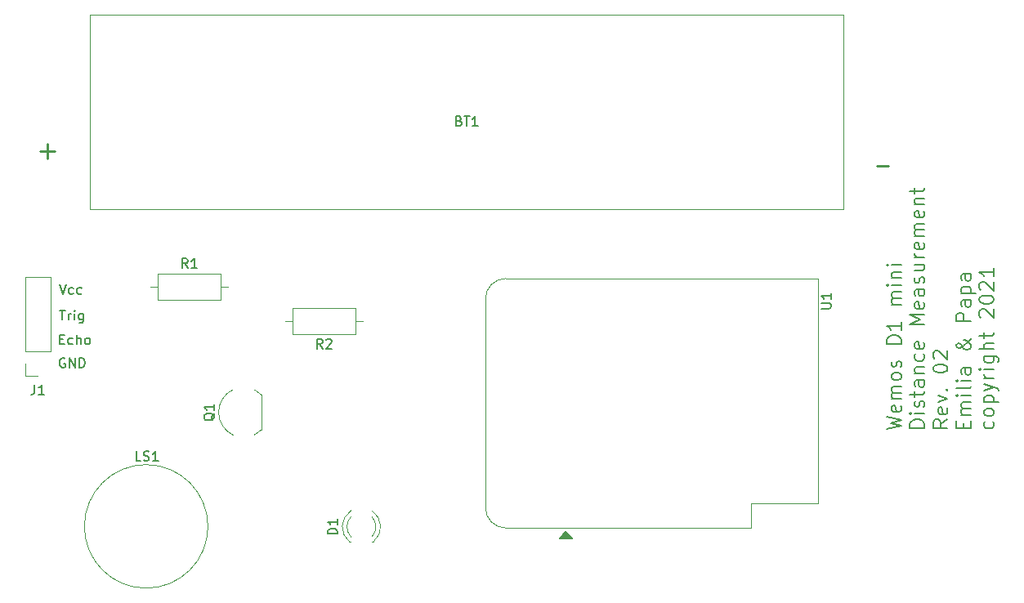
<source format=gbr>
%TF.GenerationSoftware,KiCad,Pcbnew,(5.1.10-1-10_14)*%
%TF.CreationDate,2021-11-27T08:47:14+01:00*%
%TF.ProjectId,Distance_Measurement_V2,44697374-616e-4636-955f-4d6561737572,Version 2 Rev. 01*%
%TF.SameCoordinates,Original*%
%TF.FileFunction,Legend,Top*%
%TF.FilePolarity,Positive*%
%FSLAX46Y46*%
G04 Gerber Fmt 4.6, Leading zero omitted, Abs format (unit mm)*
G04 Created by KiCad (PCBNEW (5.1.10-1-10_14)) date 2021-11-27 08:47:14*
%MOMM*%
%LPD*%
G01*
G04 APERTURE LIST*
%ADD10C,0.150000*%
%ADD11C,0.250000*%
%ADD12C,0.100000*%
%ADD13C,0.120000*%
G04 APERTURE END LIST*
D10*
X192854171Y-110838614D02*
X194354171Y-110481471D01*
X193282742Y-110195757D01*
X194354171Y-109910042D01*
X192854171Y-109552900D01*
X194282742Y-108410042D02*
X194354171Y-108552900D01*
X194354171Y-108838614D01*
X194282742Y-108981471D01*
X194139885Y-109052900D01*
X193568457Y-109052900D01*
X193425600Y-108981471D01*
X193354171Y-108838614D01*
X193354171Y-108552900D01*
X193425600Y-108410042D01*
X193568457Y-108338614D01*
X193711314Y-108338614D01*
X193854171Y-109052900D01*
X194354171Y-107695757D02*
X193354171Y-107695757D01*
X193497028Y-107695757D02*
X193425600Y-107624328D01*
X193354171Y-107481471D01*
X193354171Y-107267185D01*
X193425600Y-107124328D01*
X193568457Y-107052900D01*
X194354171Y-107052900D01*
X193568457Y-107052900D02*
X193425600Y-106981471D01*
X193354171Y-106838614D01*
X193354171Y-106624328D01*
X193425600Y-106481471D01*
X193568457Y-106410042D01*
X194354171Y-106410042D01*
X194354171Y-105481471D02*
X194282742Y-105624328D01*
X194211314Y-105695757D01*
X194068457Y-105767185D01*
X193639885Y-105767185D01*
X193497028Y-105695757D01*
X193425600Y-105624328D01*
X193354171Y-105481471D01*
X193354171Y-105267185D01*
X193425600Y-105124328D01*
X193497028Y-105052900D01*
X193639885Y-104981471D01*
X194068457Y-104981471D01*
X194211314Y-105052900D01*
X194282742Y-105124328D01*
X194354171Y-105267185D01*
X194354171Y-105481471D01*
X194282742Y-104410042D02*
X194354171Y-104267185D01*
X194354171Y-103981471D01*
X194282742Y-103838614D01*
X194139885Y-103767185D01*
X194068457Y-103767185D01*
X193925600Y-103838614D01*
X193854171Y-103981471D01*
X193854171Y-104195757D01*
X193782742Y-104338614D01*
X193639885Y-104410042D01*
X193568457Y-104410042D01*
X193425600Y-104338614D01*
X193354171Y-104195757D01*
X193354171Y-103981471D01*
X193425600Y-103838614D01*
X194354171Y-101981471D02*
X192854171Y-101981471D01*
X192854171Y-101624328D01*
X192925600Y-101410042D01*
X193068457Y-101267185D01*
X193211314Y-101195757D01*
X193497028Y-101124328D01*
X193711314Y-101124328D01*
X193997028Y-101195757D01*
X194139885Y-101267185D01*
X194282742Y-101410042D01*
X194354171Y-101624328D01*
X194354171Y-101981471D01*
X194354171Y-99695757D02*
X194354171Y-100552900D01*
X194354171Y-100124328D02*
X192854171Y-100124328D01*
X193068457Y-100267185D01*
X193211314Y-100410042D01*
X193282742Y-100552900D01*
X194354171Y-97910042D02*
X193354171Y-97910042D01*
X193497028Y-97910042D02*
X193425600Y-97838614D01*
X193354171Y-97695757D01*
X193354171Y-97481471D01*
X193425600Y-97338614D01*
X193568457Y-97267185D01*
X194354171Y-97267185D01*
X193568457Y-97267185D02*
X193425600Y-97195757D01*
X193354171Y-97052900D01*
X193354171Y-96838614D01*
X193425600Y-96695757D01*
X193568457Y-96624328D01*
X194354171Y-96624328D01*
X194354171Y-95910042D02*
X193354171Y-95910042D01*
X192854171Y-95910042D02*
X192925600Y-95981471D01*
X192997028Y-95910042D01*
X192925600Y-95838614D01*
X192854171Y-95910042D01*
X192997028Y-95910042D01*
X193354171Y-95195757D02*
X194354171Y-95195757D01*
X193497028Y-95195757D02*
X193425600Y-95124328D01*
X193354171Y-94981471D01*
X193354171Y-94767185D01*
X193425600Y-94624328D01*
X193568457Y-94552900D01*
X194354171Y-94552900D01*
X194354171Y-93838614D02*
X193354171Y-93838614D01*
X192854171Y-93838614D02*
X192925600Y-93910042D01*
X192997028Y-93838614D01*
X192925600Y-93767185D01*
X192854171Y-93838614D01*
X192997028Y-93838614D01*
X196754171Y-110695757D02*
X195254171Y-110695757D01*
X195254171Y-110338614D01*
X195325600Y-110124328D01*
X195468457Y-109981471D01*
X195611314Y-109910042D01*
X195897028Y-109838614D01*
X196111314Y-109838614D01*
X196397028Y-109910042D01*
X196539885Y-109981471D01*
X196682742Y-110124328D01*
X196754171Y-110338614D01*
X196754171Y-110695757D01*
X196754171Y-109195757D02*
X195754171Y-109195757D01*
X195254171Y-109195757D02*
X195325600Y-109267185D01*
X195397028Y-109195757D01*
X195325600Y-109124328D01*
X195254171Y-109195757D01*
X195397028Y-109195757D01*
X196682742Y-108552900D02*
X196754171Y-108410042D01*
X196754171Y-108124328D01*
X196682742Y-107981471D01*
X196539885Y-107910042D01*
X196468457Y-107910042D01*
X196325600Y-107981471D01*
X196254171Y-108124328D01*
X196254171Y-108338614D01*
X196182742Y-108481471D01*
X196039885Y-108552900D01*
X195968457Y-108552900D01*
X195825600Y-108481471D01*
X195754171Y-108338614D01*
X195754171Y-108124328D01*
X195825600Y-107981471D01*
X195754171Y-107481471D02*
X195754171Y-106910042D01*
X195254171Y-107267185D02*
X196539885Y-107267185D01*
X196682742Y-107195757D01*
X196754171Y-107052900D01*
X196754171Y-106910042D01*
X196754171Y-105767185D02*
X195968457Y-105767185D01*
X195825600Y-105838614D01*
X195754171Y-105981471D01*
X195754171Y-106267185D01*
X195825600Y-106410042D01*
X196682742Y-105767185D02*
X196754171Y-105910042D01*
X196754171Y-106267185D01*
X196682742Y-106410042D01*
X196539885Y-106481471D01*
X196397028Y-106481471D01*
X196254171Y-106410042D01*
X196182742Y-106267185D01*
X196182742Y-105910042D01*
X196111314Y-105767185D01*
X195754171Y-105052900D02*
X196754171Y-105052900D01*
X195897028Y-105052900D02*
X195825600Y-104981471D01*
X195754171Y-104838614D01*
X195754171Y-104624328D01*
X195825600Y-104481471D01*
X195968457Y-104410042D01*
X196754171Y-104410042D01*
X196682742Y-103052900D02*
X196754171Y-103195757D01*
X196754171Y-103481471D01*
X196682742Y-103624328D01*
X196611314Y-103695757D01*
X196468457Y-103767185D01*
X196039885Y-103767185D01*
X195897028Y-103695757D01*
X195825600Y-103624328D01*
X195754171Y-103481471D01*
X195754171Y-103195757D01*
X195825600Y-103052900D01*
X196682742Y-101838614D02*
X196754171Y-101981471D01*
X196754171Y-102267185D01*
X196682742Y-102410042D01*
X196539885Y-102481471D01*
X195968457Y-102481471D01*
X195825600Y-102410042D01*
X195754171Y-102267185D01*
X195754171Y-101981471D01*
X195825600Y-101838614D01*
X195968457Y-101767185D01*
X196111314Y-101767185D01*
X196254171Y-102481471D01*
X196754171Y-99981471D02*
X195254171Y-99981471D01*
X196325600Y-99481471D01*
X195254171Y-98981471D01*
X196754171Y-98981471D01*
X196682742Y-97695757D02*
X196754171Y-97838614D01*
X196754171Y-98124328D01*
X196682742Y-98267185D01*
X196539885Y-98338614D01*
X195968457Y-98338614D01*
X195825600Y-98267185D01*
X195754171Y-98124328D01*
X195754171Y-97838614D01*
X195825600Y-97695757D01*
X195968457Y-97624328D01*
X196111314Y-97624328D01*
X196254171Y-98338614D01*
X196754171Y-96338614D02*
X195968457Y-96338614D01*
X195825600Y-96410042D01*
X195754171Y-96552900D01*
X195754171Y-96838614D01*
X195825600Y-96981471D01*
X196682742Y-96338614D02*
X196754171Y-96481471D01*
X196754171Y-96838614D01*
X196682742Y-96981471D01*
X196539885Y-97052900D01*
X196397028Y-97052900D01*
X196254171Y-96981471D01*
X196182742Y-96838614D01*
X196182742Y-96481471D01*
X196111314Y-96338614D01*
X196682742Y-95695757D02*
X196754171Y-95552900D01*
X196754171Y-95267185D01*
X196682742Y-95124328D01*
X196539885Y-95052900D01*
X196468457Y-95052900D01*
X196325600Y-95124328D01*
X196254171Y-95267185D01*
X196254171Y-95481471D01*
X196182742Y-95624328D01*
X196039885Y-95695757D01*
X195968457Y-95695757D01*
X195825600Y-95624328D01*
X195754171Y-95481471D01*
X195754171Y-95267185D01*
X195825600Y-95124328D01*
X195754171Y-93767185D02*
X196754171Y-93767185D01*
X195754171Y-94410042D02*
X196539885Y-94410042D01*
X196682742Y-94338614D01*
X196754171Y-94195757D01*
X196754171Y-93981471D01*
X196682742Y-93838614D01*
X196611314Y-93767185D01*
X196754171Y-93052900D02*
X195754171Y-93052900D01*
X196039885Y-93052900D02*
X195897028Y-92981471D01*
X195825600Y-92910042D01*
X195754171Y-92767185D01*
X195754171Y-92624328D01*
X196682742Y-91552900D02*
X196754171Y-91695757D01*
X196754171Y-91981471D01*
X196682742Y-92124328D01*
X196539885Y-92195757D01*
X195968457Y-92195757D01*
X195825600Y-92124328D01*
X195754171Y-91981471D01*
X195754171Y-91695757D01*
X195825600Y-91552900D01*
X195968457Y-91481471D01*
X196111314Y-91481471D01*
X196254171Y-92195757D01*
X196754171Y-90838614D02*
X195754171Y-90838614D01*
X195897028Y-90838614D02*
X195825600Y-90767185D01*
X195754171Y-90624328D01*
X195754171Y-90410042D01*
X195825600Y-90267185D01*
X195968457Y-90195757D01*
X196754171Y-90195757D01*
X195968457Y-90195757D02*
X195825600Y-90124328D01*
X195754171Y-89981471D01*
X195754171Y-89767185D01*
X195825600Y-89624328D01*
X195968457Y-89552900D01*
X196754171Y-89552900D01*
X196682742Y-88267185D02*
X196754171Y-88410042D01*
X196754171Y-88695757D01*
X196682742Y-88838614D01*
X196539885Y-88910042D01*
X195968457Y-88910042D01*
X195825600Y-88838614D01*
X195754171Y-88695757D01*
X195754171Y-88410042D01*
X195825600Y-88267185D01*
X195968457Y-88195757D01*
X196111314Y-88195757D01*
X196254171Y-88910042D01*
X195754171Y-87552900D02*
X196754171Y-87552900D01*
X195897028Y-87552900D02*
X195825600Y-87481471D01*
X195754171Y-87338614D01*
X195754171Y-87124328D01*
X195825600Y-86981471D01*
X195968457Y-86910042D01*
X196754171Y-86910042D01*
X195754171Y-86410042D02*
X195754171Y-85838614D01*
X195254171Y-86195757D02*
X196539885Y-86195757D01*
X196682742Y-86124328D01*
X196754171Y-85981471D01*
X196754171Y-85838614D01*
X199154171Y-109838614D02*
X198439885Y-110338614D01*
X199154171Y-110695757D02*
X197654171Y-110695757D01*
X197654171Y-110124328D01*
X197725600Y-109981471D01*
X197797028Y-109910042D01*
X197939885Y-109838614D01*
X198154171Y-109838614D01*
X198297028Y-109910042D01*
X198368457Y-109981471D01*
X198439885Y-110124328D01*
X198439885Y-110695757D01*
X199082742Y-108624328D02*
X199154171Y-108767185D01*
X199154171Y-109052900D01*
X199082742Y-109195757D01*
X198939885Y-109267185D01*
X198368457Y-109267185D01*
X198225600Y-109195757D01*
X198154171Y-109052900D01*
X198154171Y-108767185D01*
X198225600Y-108624328D01*
X198368457Y-108552900D01*
X198511314Y-108552900D01*
X198654171Y-109267185D01*
X198154171Y-108052900D02*
X199154171Y-107695757D01*
X198154171Y-107338614D01*
X199011314Y-106767185D02*
X199082742Y-106695757D01*
X199154171Y-106767185D01*
X199082742Y-106838614D01*
X199011314Y-106767185D01*
X199154171Y-106767185D01*
X197654171Y-104624328D02*
X197654171Y-104481471D01*
X197725600Y-104338614D01*
X197797028Y-104267185D01*
X197939885Y-104195757D01*
X198225600Y-104124328D01*
X198582742Y-104124328D01*
X198868457Y-104195757D01*
X199011314Y-104267185D01*
X199082742Y-104338614D01*
X199154171Y-104481471D01*
X199154171Y-104624328D01*
X199082742Y-104767185D01*
X199011314Y-104838614D01*
X198868457Y-104910042D01*
X198582742Y-104981471D01*
X198225600Y-104981471D01*
X197939885Y-104910042D01*
X197797028Y-104838614D01*
X197725600Y-104767185D01*
X197654171Y-104624328D01*
X197797028Y-103552900D02*
X197725600Y-103481471D01*
X197654171Y-103338614D01*
X197654171Y-102981471D01*
X197725600Y-102838614D01*
X197797028Y-102767185D01*
X197939885Y-102695757D01*
X198082742Y-102695757D01*
X198297028Y-102767185D01*
X199154171Y-103624328D01*
X199154171Y-102695757D01*
X200768457Y-110695757D02*
X200768457Y-110195757D01*
X201554171Y-109981471D02*
X201554171Y-110695757D01*
X200054171Y-110695757D01*
X200054171Y-109981471D01*
X201554171Y-109338614D02*
X200554171Y-109338614D01*
X200697028Y-109338614D02*
X200625600Y-109267185D01*
X200554171Y-109124328D01*
X200554171Y-108910042D01*
X200625600Y-108767185D01*
X200768457Y-108695757D01*
X201554171Y-108695757D01*
X200768457Y-108695757D02*
X200625600Y-108624328D01*
X200554171Y-108481471D01*
X200554171Y-108267185D01*
X200625600Y-108124328D01*
X200768457Y-108052900D01*
X201554171Y-108052900D01*
X201554171Y-107338614D02*
X200554171Y-107338614D01*
X200054171Y-107338614D02*
X200125600Y-107410042D01*
X200197028Y-107338614D01*
X200125600Y-107267185D01*
X200054171Y-107338614D01*
X200197028Y-107338614D01*
X201554171Y-106410042D02*
X201482742Y-106552900D01*
X201339885Y-106624328D01*
X200054171Y-106624328D01*
X201554171Y-105838614D02*
X200554171Y-105838614D01*
X200054171Y-105838614D02*
X200125600Y-105910042D01*
X200197028Y-105838614D01*
X200125600Y-105767185D01*
X200054171Y-105838614D01*
X200197028Y-105838614D01*
X201554171Y-104481471D02*
X200768457Y-104481471D01*
X200625600Y-104552900D01*
X200554171Y-104695757D01*
X200554171Y-104981471D01*
X200625600Y-105124328D01*
X201482742Y-104481471D02*
X201554171Y-104624328D01*
X201554171Y-104981471D01*
X201482742Y-105124328D01*
X201339885Y-105195757D01*
X201197028Y-105195757D01*
X201054171Y-105124328D01*
X200982742Y-104981471D01*
X200982742Y-104624328D01*
X200911314Y-104481471D01*
X201554171Y-101410042D02*
X201554171Y-101481471D01*
X201482742Y-101624328D01*
X201268457Y-101838614D01*
X200839885Y-102195757D01*
X200625600Y-102338614D01*
X200411314Y-102410042D01*
X200268457Y-102410042D01*
X200125600Y-102338614D01*
X200054171Y-102195757D01*
X200054171Y-102124328D01*
X200125600Y-101981471D01*
X200268457Y-101910042D01*
X200339885Y-101910042D01*
X200482742Y-101981471D01*
X200554171Y-102052900D01*
X200839885Y-102481471D01*
X200911314Y-102552900D01*
X201054171Y-102624328D01*
X201268457Y-102624328D01*
X201411314Y-102552900D01*
X201482742Y-102481471D01*
X201554171Y-102338614D01*
X201554171Y-102124328D01*
X201482742Y-101981471D01*
X201411314Y-101910042D01*
X201125600Y-101695757D01*
X200911314Y-101624328D01*
X200768457Y-101624328D01*
X201554171Y-99624328D02*
X200054171Y-99624328D01*
X200054171Y-99052900D01*
X200125600Y-98910042D01*
X200197028Y-98838614D01*
X200339885Y-98767185D01*
X200554171Y-98767185D01*
X200697028Y-98838614D01*
X200768457Y-98910042D01*
X200839885Y-99052900D01*
X200839885Y-99624328D01*
X201554171Y-97481471D02*
X200768457Y-97481471D01*
X200625600Y-97552900D01*
X200554171Y-97695757D01*
X200554171Y-97981471D01*
X200625600Y-98124328D01*
X201482742Y-97481471D02*
X201554171Y-97624328D01*
X201554171Y-97981471D01*
X201482742Y-98124328D01*
X201339885Y-98195757D01*
X201197028Y-98195757D01*
X201054171Y-98124328D01*
X200982742Y-97981471D01*
X200982742Y-97624328D01*
X200911314Y-97481471D01*
X200554171Y-96767185D02*
X202054171Y-96767185D01*
X200625600Y-96767185D02*
X200554171Y-96624328D01*
X200554171Y-96338614D01*
X200625600Y-96195757D01*
X200697028Y-96124328D01*
X200839885Y-96052900D01*
X201268457Y-96052900D01*
X201411314Y-96124328D01*
X201482742Y-96195757D01*
X201554171Y-96338614D01*
X201554171Y-96624328D01*
X201482742Y-96767185D01*
X201554171Y-94767185D02*
X200768457Y-94767185D01*
X200625600Y-94838614D01*
X200554171Y-94981471D01*
X200554171Y-95267185D01*
X200625600Y-95410042D01*
X201482742Y-94767185D02*
X201554171Y-94910042D01*
X201554171Y-95267185D01*
X201482742Y-95410042D01*
X201339885Y-95481471D01*
X201197028Y-95481471D01*
X201054171Y-95410042D01*
X200982742Y-95267185D01*
X200982742Y-94910042D01*
X200911314Y-94767185D01*
X203882742Y-110052900D02*
X203954171Y-110195757D01*
X203954171Y-110481471D01*
X203882742Y-110624328D01*
X203811314Y-110695757D01*
X203668457Y-110767185D01*
X203239885Y-110767185D01*
X203097028Y-110695757D01*
X203025600Y-110624328D01*
X202954171Y-110481471D01*
X202954171Y-110195757D01*
X203025600Y-110052900D01*
X203954171Y-109195757D02*
X203882742Y-109338614D01*
X203811314Y-109410042D01*
X203668457Y-109481471D01*
X203239885Y-109481471D01*
X203097028Y-109410042D01*
X203025600Y-109338614D01*
X202954171Y-109195757D01*
X202954171Y-108981471D01*
X203025600Y-108838614D01*
X203097028Y-108767185D01*
X203239885Y-108695757D01*
X203668457Y-108695757D01*
X203811314Y-108767185D01*
X203882742Y-108838614D01*
X203954171Y-108981471D01*
X203954171Y-109195757D01*
X202954171Y-108052900D02*
X204454171Y-108052900D01*
X203025600Y-108052900D02*
X202954171Y-107910042D01*
X202954171Y-107624328D01*
X203025600Y-107481471D01*
X203097028Y-107410042D01*
X203239885Y-107338614D01*
X203668457Y-107338614D01*
X203811314Y-107410042D01*
X203882742Y-107481471D01*
X203954171Y-107624328D01*
X203954171Y-107910042D01*
X203882742Y-108052900D01*
X202954171Y-106838614D02*
X203954171Y-106481471D01*
X202954171Y-106124328D02*
X203954171Y-106481471D01*
X204311314Y-106624328D01*
X204382742Y-106695757D01*
X204454171Y-106838614D01*
X203954171Y-105552900D02*
X202954171Y-105552900D01*
X203239885Y-105552900D02*
X203097028Y-105481471D01*
X203025600Y-105410042D01*
X202954171Y-105267185D01*
X202954171Y-105124328D01*
X203954171Y-104624328D02*
X202954171Y-104624328D01*
X202454171Y-104624328D02*
X202525600Y-104695757D01*
X202597028Y-104624328D01*
X202525600Y-104552900D01*
X202454171Y-104624328D01*
X202597028Y-104624328D01*
X202954171Y-103267185D02*
X204168457Y-103267185D01*
X204311314Y-103338614D01*
X204382742Y-103410042D01*
X204454171Y-103552900D01*
X204454171Y-103767185D01*
X204382742Y-103910042D01*
X203882742Y-103267185D02*
X203954171Y-103410042D01*
X203954171Y-103695757D01*
X203882742Y-103838614D01*
X203811314Y-103910042D01*
X203668457Y-103981471D01*
X203239885Y-103981471D01*
X203097028Y-103910042D01*
X203025600Y-103838614D01*
X202954171Y-103695757D01*
X202954171Y-103410042D01*
X203025600Y-103267185D01*
X203954171Y-102552900D02*
X202454171Y-102552900D01*
X203954171Y-101910042D02*
X203168457Y-101910042D01*
X203025600Y-101981471D01*
X202954171Y-102124328D01*
X202954171Y-102338614D01*
X203025600Y-102481471D01*
X203097028Y-102552900D01*
X202954171Y-101410042D02*
X202954171Y-100838614D01*
X202454171Y-101195757D02*
X203739885Y-101195757D01*
X203882742Y-101124328D01*
X203954171Y-100981471D01*
X203954171Y-100838614D01*
X202597028Y-99267185D02*
X202525600Y-99195757D01*
X202454171Y-99052900D01*
X202454171Y-98695757D01*
X202525600Y-98552900D01*
X202597028Y-98481471D01*
X202739885Y-98410042D01*
X202882742Y-98410042D01*
X203097028Y-98481471D01*
X203954171Y-99338614D01*
X203954171Y-98410042D01*
X202454171Y-97481471D02*
X202454171Y-97338614D01*
X202525600Y-97195757D01*
X202597028Y-97124328D01*
X202739885Y-97052900D01*
X203025600Y-96981471D01*
X203382742Y-96981471D01*
X203668457Y-97052900D01*
X203811314Y-97124328D01*
X203882742Y-97195757D01*
X203954171Y-97338614D01*
X203954171Y-97481471D01*
X203882742Y-97624328D01*
X203811314Y-97695757D01*
X203668457Y-97767185D01*
X203382742Y-97838614D01*
X203025600Y-97838614D01*
X202739885Y-97767185D01*
X202597028Y-97695757D01*
X202525600Y-97624328D01*
X202454171Y-97481471D01*
X202597028Y-96410042D02*
X202525600Y-96338614D01*
X202454171Y-96195757D01*
X202454171Y-95838614D01*
X202525600Y-95695757D01*
X202597028Y-95624328D01*
X202739885Y-95552900D01*
X202882742Y-95552900D01*
X203097028Y-95624328D01*
X203954171Y-96481471D01*
X203954171Y-95552900D01*
X203954171Y-94124328D02*
X203954171Y-94981471D01*
X203954171Y-94552900D02*
X202454171Y-94552900D01*
X202668457Y-94695757D01*
X202811314Y-94838614D01*
X202882742Y-94981471D01*
X107164380Y-101528571D02*
X107497714Y-101528571D01*
X107640571Y-102052380D02*
X107164380Y-102052380D01*
X107164380Y-101052380D01*
X107640571Y-101052380D01*
X108497714Y-102004761D02*
X108402476Y-102052380D01*
X108212000Y-102052380D01*
X108116761Y-102004761D01*
X108069142Y-101957142D01*
X108021523Y-101861904D01*
X108021523Y-101576190D01*
X108069142Y-101480952D01*
X108116761Y-101433333D01*
X108212000Y-101385714D01*
X108402476Y-101385714D01*
X108497714Y-101433333D01*
X108926285Y-102052380D02*
X108926285Y-101052380D01*
X109354857Y-102052380D02*
X109354857Y-101528571D01*
X109307238Y-101433333D01*
X109212000Y-101385714D01*
X109069142Y-101385714D01*
X108973904Y-101433333D01*
X108926285Y-101480952D01*
X109973904Y-102052380D02*
X109878666Y-102004761D01*
X109831047Y-101957142D01*
X109783428Y-101861904D01*
X109783428Y-101576190D01*
X109831047Y-101480952D01*
X109878666Y-101433333D01*
X109973904Y-101385714D01*
X110116761Y-101385714D01*
X110212000Y-101433333D01*
X110259619Y-101480952D01*
X110307238Y-101576190D01*
X110307238Y-101861904D01*
X110259619Y-101957142D01*
X110212000Y-102004761D01*
X110116761Y-102052380D01*
X109973904Y-102052380D01*
X107172285Y-98512380D02*
X107743714Y-98512380D01*
X107458000Y-99512380D02*
X107458000Y-98512380D01*
X108077047Y-99512380D02*
X108077047Y-98845714D01*
X108077047Y-99036190D02*
X108124666Y-98940952D01*
X108172285Y-98893333D01*
X108267523Y-98845714D01*
X108362761Y-98845714D01*
X108696095Y-99512380D02*
X108696095Y-98845714D01*
X108696095Y-98512380D02*
X108648476Y-98560000D01*
X108696095Y-98607619D01*
X108743714Y-98560000D01*
X108696095Y-98512380D01*
X108696095Y-98607619D01*
X109600857Y-98845714D02*
X109600857Y-99655238D01*
X109553238Y-99750476D01*
X109505619Y-99798095D01*
X109410380Y-99845714D01*
X109267523Y-99845714D01*
X109172285Y-99798095D01*
X109600857Y-99464761D02*
X109505619Y-99512380D01*
X109315142Y-99512380D01*
X109219904Y-99464761D01*
X109172285Y-99417142D01*
X109124666Y-99321904D01*
X109124666Y-99036190D01*
X109172285Y-98940952D01*
X109219904Y-98893333D01*
X109315142Y-98845714D01*
X109505619Y-98845714D01*
X109600857Y-98893333D01*
X107696095Y-103513000D02*
X107600857Y-103465380D01*
X107458000Y-103465380D01*
X107315142Y-103513000D01*
X107219904Y-103608238D01*
X107172285Y-103703476D01*
X107124666Y-103893952D01*
X107124666Y-104036809D01*
X107172285Y-104227285D01*
X107219904Y-104322523D01*
X107315142Y-104417761D01*
X107458000Y-104465380D01*
X107553238Y-104465380D01*
X107696095Y-104417761D01*
X107743714Y-104370142D01*
X107743714Y-104036809D01*
X107553238Y-104036809D01*
X108172285Y-104465380D02*
X108172285Y-103465380D01*
X108743714Y-104465380D01*
X108743714Y-103465380D01*
X109219904Y-104465380D02*
X109219904Y-103465380D01*
X109458000Y-103465380D01*
X109600857Y-103513000D01*
X109696095Y-103608238D01*
X109743714Y-103703476D01*
X109791333Y-103893952D01*
X109791333Y-104036809D01*
X109743714Y-104227285D01*
X109696095Y-104322523D01*
X109600857Y-104417761D01*
X109458000Y-104465380D01*
X109219904Y-104465380D01*
X107140523Y-95845380D02*
X107473857Y-96845380D01*
X107807190Y-95845380D01*
X108569095Y-96797761D02*
X108473857Y-96845380D01*
X108283380Y-96845380D01*
X108188142Y-96797761D01*
X108140523Y-96750142D01*
X108092904Y-96654904D01*
X108092904Y-96369190D01*
X108140523Y-96273952D01*
X108188142Y-96226333D01*
X108283380Y-96178714D01*
X108473857Y-96178714D01*
X108569095Y-96226333D01*
X109426238Y-96797761D02*
X109331000Y-96845380D01*
X109140523Y-96845380D01*
X109045285Y-96797761D01*
X108997666Y-96750142D01*
X108950047Y-96654904D01*
X108950047Y-96369190D01*
X108997666Y-96273952D01*
X109045285Y-96226333D01*
X109140523Y-96178714D01*
X109331000Y-96178714D01*
X109426238Y-96226333D01*
D11*
X191834700Y-83520742D02*
X192977557Y-83520742D01*
X105127100Y-82032457D02*
X106650909Y-82032457D01*
X105889004Y-82794361D02*
X105889004Y-81270552D01*
D12*
%TO.C,LS1*%
X122528800Y-120914800D02*
G75*
G03*
X122528800Y-120914800I-6400000J0D01*
G01*
D13*
%TO.C,BT1*%
X110334800Y-67928000D02*
X188334800Y-67928000D01*
X188334800Y-67928000D02*
X188334800Y-88028000D01*
X188334800Y-88028000D02*
X110334800Y-88028000D01*
X110334800Y-88028000D02*
X110334800Y-67928000D01*
%TO.C,U1*%
X178833600Y-118543200D02*
X185733600Y-118543200D01*
X178833600Y-121083200D02*
X178833600Y-118543200D01*
D10*
G36*
X158978600Y-122123200D02*
G01*
X160248600Y-122123200D01*
X159613600Y-121488200D01*
X158978600Y-122123200D01*
G37*
X158978600Y-122123200D02*
X160248600Y-122123200D01*
X159613600Y-121488200D01*
X158978600Y-122123200D01*
D13*
X151273600Y-97343200D02*
X151273600Y-118953200D01*
X185733600Y-95223200D02*
X153403600Y-95223200D01*
X178833600Y-121083200D02*
X153403600Y-121083200D01*
X185733600Y-118543200D02*
X185733600Y-95223200D01*
X151273600Y-97353200D02*
G75*
G02*
X153403600Y-95223200I2130000J0D01*
G01*
X153403600Y-121083200D02*
G75*
G02*
X151273600Y-118953200I0J2130000D01*
G01*
%TO.C,R2*%
X130529200Y-99669600D02*
X131299200Y-99669600D01*
X138609200Y-99669600D02*
X137839200Y-99669600D01*
X131299200Y-101039600D02*
X137839200Y-101039600D01*
X131299200Y-98299600D02*
X131299200Y-101039600D01*
X137839200Y-98299600D02*
X131299200Y-98299600D01*
X137839200Y-101039600D02*
X137839200Y-98299600D01*
%TO.C,Q1*%
X128088000Y-110893000D02*
X128088000Y-107293000D01*
X127360795Y-106768816D02*
G75*
G02*
X128088000Y-107293000I-1122795J-2324184D01*
G01*
X125139193Y-106736600D02*
G75*
G03*
X123638000Y-109093000I1098807J-2356400D01*
G01*
X125139193Y-111449400D02*
G75*
G02*
X123638000Y-109093000I1098807J2356400D01*
G01*
X127360795Y-111417184D02*
G75*
G03*
X128088000Y-110893000I-1122795J2324184D01*
G01*
%TO.C,D1*%
X139510000Y-122514800D02*
X139666000Y-122514800D01*
X137194000Y-122514800D02*
X137350000Y-122514800D01*
X139509837Y-119913670D02*
G75*
G02*
X139510000Y-121995761I-1079837J-1041130D01*
G01*
X137350163Y-119913670D02*
G75*
G03*
X137350000Y-121995761I1079837J-1041130D01*
G01*
X139508608Y-119282465D02*
G75*
G02*
X139665516Y-122514800I-1078608J-1672335D01*
G01*
X137351392Y-119282465D02*
G75*
G03*
X137194484Y-122514800I1078608J-1672335D01*
G01*
%TO.C,J1*%
X104902000Y-105343000D02*
X103572000Y-105343000D01*
X103572000Y-105343000D02*
X103572000Y-104013000D01*
X103572000Y-102743000D02*
X103572000Y-95063000D01*
X106232000Y-95063000D02*
X103572000Y-95063000D01*
X106232000Y-102743000D02*
X106232000Y-95063000D01*
X106232000Y-102743000D02*
X103572000Y-102743000D01*
%TO.C,R1*%
X124639200Y-96062800D02*
X123869200Y-96062800D01*
X116559200Y-96062800D02*
X117329200Y-96062800D01*
X123869200Y-94692800D02*
X117329200Y-94692800D01*
X123869200Y-97432800D02*
X123869200Y-94692800D01*
X117329200Y-97432800D02*
X123869200Y-97432800D01*
X117329200Y-94692800D02*
X117329200Y-97432800D01*
%TO.C,LS1*%
D10*
X115560942Y-114117180D02*
X115084752Y-114117180D01*
X115084752Y-113117180D01*
X115846657Y-114069561D02*
X115989514Y-114117180D01*
X116227609Y-114117180D01*
X116322847Y-114069561D01*
X116370466Y-114021942D01*
X116418085Y-113926704D01*
X116418085Y-113831466D01*
X116370466Y-113736228D01*
X116322847Y-113688609D01*
X116227609Y-113640990D01*
X116037133Y-113593371D01*
X115941895Y-113545752D01*
X115894276Y-113498133D01*
X115846657Y-113402895D01*
X115846657Y-113307657D01*
X115894276Y-113212419D01*
X115941895Y-113164800D01*
X116037133Y-113117180D01*
X116275228Y-113117180D01*
X116418085Y-113164800D01*
X117370466Y-114117180D02*
X116799038Y-114117180D01*
X117084752Y-114117180D02*
X117084752Y-113117180D01*
X116989514Y-113260038D01*
X116894276Y-113355276D01*
X116799038Y-113402895D01*
%TO.C,BT1*%
X148549085Y-78906571D02*
X148691942Y-78954190D01*
X148739561Y-79001809D01*
X148787180Y-79097047D01*
X148787180Y-79239904D01*
X148739561Y-79335142D01*
X148691942Y-79382761D01*
X148596704Y-79430380D01*
X148215752Y-79430380D01*
X148215752Y-78430380D01*
X148549085Y-78430380D01*
X148644323Y-78478000D01*
X148691942Y-78525619D01*
X148739561Y-78620857D01*
X148739561Y-78716095D01*
X148691942Y-78811333D01*
X148644323Y-78858952D01*
X148549085Y-78906571D01*
X148215752Y-78906571D01*
X149072895Y-78430380D02*
X149644323Y-78430380D01*
X149358609Y-79430380D02*
X149358609Y-78430380D01*
X150501466Y-79430380D02*
X149930038Y-79430380D01*
X150215752Y-79430380D02*
X150215752Y-78430380D01*
X150120514Y-78573238D01*
X150025276Y-78668476D01*
X149930038Y-78716095D01*
%TO.C,U1*%
X186065980Y-98345104D02*
X186875504Y-98345104D01*
X186970742Y-98297485D01*
X187018361Y-98249866D01*
X187065980Y-98154628D01*
X187065980Y-97964152D01*
X187018361Y-97868914D01*
X186970742Y-97821295D01*
X186875504Y-97773676D01*
X186065980Y-97773676D01*
X187065980Y-96773676D02*
X187065980Y-97345104D01*
X187065980Y-97059390D02*
X186065980Y-97059390D01*
X186208838Y-97154628D01*
X186304076Y-97249866D01*
X186351695Y-97345104D01*
%TO.C,R2*%
X134402533Y-102491980D02*
X134069200Y-102015790D01*
X133831104Y-102491980D02*
X133831104Y-101491980D01*
X134212057Y-101491980D01*
X134307295Y-101539600D01*
X134354914Y-101587219D01*
X134402533Y-101682457D01*
X134402533Y-101825314D01*
X134354914Y-101920552D01*
X134307295Y-101968171D01*
X134212057Y-102015790D01*
X133831104Y-102015790D01*
X134783485Y-101587219D02*
X134831104Y-101539600D01*
X134926342Y-101491980D01*
X135164438Y-101491980D01*
X135259676Y-101539600D01*
X135307295Y-101587219D01*
X135354914Y-101682457D01*
X135354914Y-101777695D01*
X135307295Y-101920552D01*
X134735866Y-102491980D01*
X135354914Y-102491980D01*
%TO.C,Q1*%
X123225619Y-109188238D02*
X123178000Y-109283476D01*
X123082761Y-109378714D01*
X122939904Y-109521571D01*
X122892285Y-109616809D01*
X122892285Y-109712047D01*
X123130380Y-109664428D02*
X123082761Y-109759666D01*
X122987523Y-109854904D01*
X122797047Y-109902523D01*
X122463714Y-109902523D01*
X122273238Y-109854904D01*
X122178000Y-109759666D01*
X122130380Y-109664428D01*
X122130380Y-109473952D01*
X122178000Y-109378714D01*
X122273238Y-109283476D01*
X122463714Y-109235857D01*
X122797047Y-109235857D01*
X122987523Y-109283476D01*
X123082761Y-109378714D01*
X123130380Y-109473952D01*
X123130380Y-109664428D01*
X123130380Y-108283476D02*
X123130380Y-108854904D01*
X123130380Y-108569190D02*
X122130380Y-108569190D01*
X122273238Y-108664428D01*
X122368476Y-108759666D01*
X122416095Y-108854904D01*
%TO.C,D1*%
X135922380Y-121692895D02*
X134922380Y-121692895D01*
X134922380Y-121454800D01*
X134970000Y-121311942D01*
X135065238Y-121216704D01*
X135160476Y-121169085D01*
X135350952Y-121121466D01*
X135493809Y-121121466D01*
X135684285Y-121169085D01*
X135779523Y-121216704D01*
X135874761Y-121311942D01*
X135922380Y-121454800D01*
X135922380Y-121692895D01*
X135922380Y-120169085D02*
X135922380Y-120740514D01*
X135922380Y-120454800D02*
X134922380Y-120454800D01*
X135065238Y-120550038D01*
X135160476Y-120645276D01*
X135208095Y-120740514D01*
%TO.C,J1*%
X104568666Y-106235380D02*
X104568666Y-106949666D01*
X104521047Y-107092523D01*
X104425809Y-107187761D01*
X104282952Y-107235380D01*
X104187714Y-107235380D01*
X105568666Y-107235380D02*
X104997238Y-107235380D01*
X105282952Y-107235380D02*
X105282952Y-106235380D01*
X105187714Y-106378238D01*
X105092476Y-106473476D01*
X104997238Y-106521095D01*
%TO.C,R1*%
X120432533Y-94145180D02*
X120099200Y-93668990D01*
X119861104Y-94145180D02*
X119861104Y-93145180D01*
X120242057Y-93145180D01*
X120337295Y-93192800D01*
X120384914Y-93240419D01*
X120432533Y-93335657D01*
X120432533Y-93478514D01*
X120384914Y-93573752D01*
X120337295Y-93621371D01*
X120242057Y-93668990D01*
X119861104Y-93668990D01*
X121384914Y-94145180D02*
X120813485Y-94145180D01*
X121099200Y-94145180D02*
X121099200Y-93145180D01*
X121003961Y-93288038D01*
X120908723Y-93383276D01*
X120813485Y-93430895D01*
%TD*%
M02*

</source>
